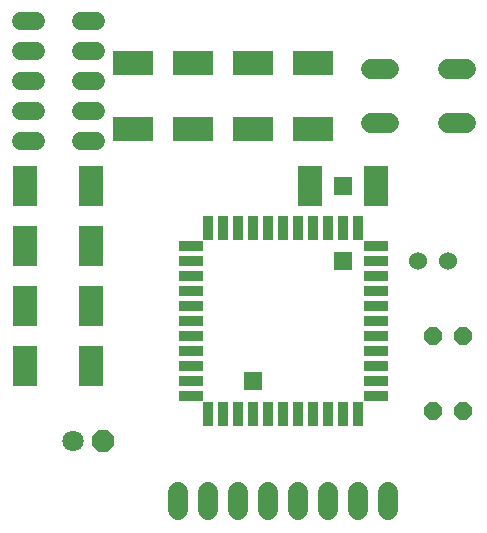
<source format=gts>
G75*
%MOIN*%
%OFA0B0*%
%FSLAX25Y25*%
%IPPOS*%
%LPD*%
%AMOC8*
5,1,8,0,0,1.08239X$1,22.5*
%
%ADD10OC8,0.06000*%
%ADD11OC8,0.07100*%
%ADD12C,0.07100*%
%ADD13C,0.06000*%
%ADD14R,0.03792X0.07887*%
%ADD15R,0.07887X0.03792*%
%ADD16C,0.06000*%
%ADD17R,0.07887X0.13398*%
%ADD18R,0.13398X0.07887*%
%ADD19C,0.06800*%
%ADD20R,0.06115X0.06115*%
D10*
X0251000Y0156000D03*
X0261000Y0156000D03*
X0261000Y0181000D03*
X0251000Y0181000D03*
D11*
X0141000Y0146000D03*
D12*
X0131000Y0146000D03*
D13*
X0133400Y0246000D02*
X0138600Y0246000D01*
X0138600Y0256000D02*
X0133400Y0256000D01*
X0133400Y0266000D02*
X0138600Y0266000D01*
X0138600Y0276000D02*
X0133400Y0276000D01*
X0133400Y0286000D02*
X0138600Y0286000D01*
X0118600Y0286000D02*
X0113400Y0286000D01*
X0113400Y0276000D02*
X0118600Y0276000D01*
X0118600Y0266000D02*
X0113400Y0266000D01*
X0113400Y0256000D02*
X0118600Y0256000D01*
X0118600Y0246000D02*
X0113400Y0246000D01*
D14*
X0176000Y0216945D03*
X0181000Y0216945D03*
X0186000Y0216945D03*
X0191000Y0216945D03*
X0196000Y0216945D03*
X0201000Y0216945D03*
X0206000Y0216945D03*
X0211000Y0216945D03*
X0216000Y0216945D03*
X0221000Y0216945D03*
X0226000Y0216945D03*
X0226000Y0155055D03*
X0221000Y0155055D03*
X0216000Y0155055D03*
X0211000Y0155055D03*
X0206000Y0155055D03*
X0201000Y0155055D03*
X0196000Y0155055D03*
X0191000Y0155055D03*
X0186000Y0155055D03*
X0181000Y0155055D03*
X0176000Y0155055D03*
D15*
X0170055Y0161000D03*
X0170055Y0166000D03*
X0170055Y0171000D03*
X0170055Y0176000D03*
X0170055Y0181000D03*
X0170055Y0186000D03*
X0170055Y0191000D03*
X0170055Y0196000D03*
X0170055Y0201000D03*
X0170055Y0206000D03*
X0170055Y0211000D03*
X0231945Y0211000D03*
X0231945Y0206000D03*
X0231945Y0201000D03*
X0231945Y0196000D03*
X0231945Y0191000D03*
X0231945Y0186000D03*
X0231945Y0181000D03*
X0231945Y0176000D03*
X0231945Y0171000D03*
X0231945Y0166000D03*
X0231945Y0161000D03*
D16*
X0246000Y0206000D03*
X0256000Y0206000D03*
D17*
X0232024Y0231000D03*
X0209976Y0231000D03*
X0137024Y0231000D03*
X0114976Y0231000D03*
X0114976Y0211000D03*
X0137024Y0211000D03*
X0137024Y0191000D03*
X0114976Y0191000D03*
X0114976Y0171000D03*
X0137024Y0171000D03*
D18*
X0151000Y0249976D03*
X0171000Y0249976D03*
X0191000Y0249976D03*
X0211000Y0249976D03*
X0211000Y0272024D03*
X0191000Y0272024D03*
X0171000Y0272024D03*
X0151000Y0272024D03*
D19*
X0166000Y0129000D02*
X0166000Y0123000D01*
X0176000Y0123000D02*
X0176000Y0129000D01*
X0186000Y0129000D02*
X0186000Y0123000D01*
X0196000Y0123000D02*
X0196000Y0129000D01*
X0206000Y0129000D02*
X0206000Y0123000D01*
X0216000Y0123000D02*
X0216000Y0129000D01*
X0226000Y0129000D02*
X0226000Y0123000D01*
X0236000Y0123000D02*
X0236000Y0129000D01*
X0236200Y0252100D02*
X0230200Y0252100D01*
X0230200Y0269900D02*
X0236200Y0269900D01*
X0255800Y0269900D02*
X0261800Y0269900D01*
X0261800Y0252100D02*
X0255800Y0252100D01*
D20*
X0221000Y0231000D03*
X0221000Y0206000D03*
X0191000Y0166000D03*
M02*

</source>
